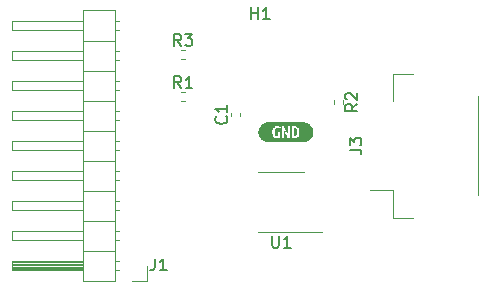
<source format=gbr>
%TF.GenerationSoftware,KiCad,Pcbnew,(6.0.7)*%
%TF.CreationDate,2022-09-05T16:04:27+02:00*%
%TF.ProjectId,autoprobe,6175746f-7072-46f6-9265-2e6b69636164,rev?*%
%TF.SameCoordinates,Original*%
%TF.FileFunction,Legend,Top*%
%TF.FilePolarity,Positive*%
%FSLAX46Y46*%
G04 Gerber Fmt 4.6, Leading zero omitted, Abs format (unit mm)*
G04 Created by KiCad (PCBNEW (6.0.7)) date 2022-09-05 16:04:27*
%MOMM*%
%LPD*%
G01*
G04 APERTURE LIST*
%ADD10C,0.150000*%
%ADD11C,0.120000*%
G04 APERTURE END LIST*
D10*
%TO.C,H1*%
X150818095Y-78792380D02*
X150818095Y-77792380D01*
X150818095Y-78268571D02*
X151389523Y-78268571D01*
X151389523Y-78792380D02*
X151389523Y-77792380D01*
X152389523Y-78792380D02*
X151818095Y-78792380D01*
X152103809Y-78792380D02*
X152103809Y-77792380D01*
X152008571Y-77935238D01*
X151913333Y-78030476D01*
X151818095Y-78078095D01*
%TO.C,R1*%
X144888333Y-84612380D02*
X144555000Y-84136190D01*
X144316904Y-84612380D02*
X144316904Y-83612380D01*
X144697857Y-83612380D01*
X144793095Y-83660000D01*
X144840714Y-83707619D01*
X144888333Y-83802857D01*
X144888333Y-83945714D01*
X144840714Y-84040952D01*
X144793095Y-84088571D01*
X144697857Y-84136190D01*
X144316904Y-84136190D01*
X145840714Y-84612380D02*
X145269285Y-84612380D01*
X145555000Y-84612380D02*
X145555000Y-83612380D01*
X145459761Y-83755238D01*
X145364523Y-83850476D01*
X145269285Y-83898095D01*
%TO.C,R3*%
X144888333Y-81037380D02*
X144555000Y-80561190D01*
X144316904Y-81037380D02*
X144316904Y-80037380D01*
X144697857Y-80037380D01*
X144793095Y-80085000D01*
X144840714Y-80132619D01*
X144888333Y-80227857D01*
X144888333Y-80370714D01*
X144840714Y-80465952D01*
X144793095Y-80513571D01*
X144697857Y-80561190D01*
X144316904Y-80561190D01*
X145221666Y-80037380D02*
X145840714Y-80037380D01*
X145507380Y-80418333D01*
X145650238Y-80418333D01*
X145745476Y-80465952D01*
X145793095Y-80513571D01*
X145840714Y-80608809D01*
X145840714Y-80846904D01*
X145793095Y-80942142D01*
X145745476Y-80989761D01*
X145650238Y-81037380D01*
X145364523Y-81037380D01*
X145269285Y-80989761D01*
X145221666Y-80942142D01*
%TO.C,J3*%
X159157380Y-89838333D02*
X159871666Y-89838333D01*
X160014523Y-89885952D01*
X160109761Y-89981190D01*
X160157380Y-90124047D01*
X160157380Y-90219285D01*
X159157380Y-89457380D02*
X159157380Y-88838333D01*
X159538333Y-89171666D01*
X159538333Y-89028809D01*
X159585952Y-88933571D01*
X159633571Y-88885952D01*
X159728809Y-88838333D01*
X159966904Y-88838333D01*
X160062142Y-88885952D01*
X160109761Y-88933571D01*
X160157380Y-89028809D01*
X160157380Y-89314523D01*
X160109761Y-89409761D01*
X160062142Y-89457380D01*
%TO.C,U1*%
X152593095Y-97132380D02*
X152593095Y-97941904D01*
X152640714Y-98037142D01*
X152688333Y-98084761D01*
X152783571Y-98132380D01*
X152974047Y-98132380D01*
X153069285Y-98084761D01*
X153116904Y-98037142D01*
X153164523Y-97941904D01*
X153164523Y-97132380D01*
X154164523Y-98132380D02*
X153593095Y-98132380D01*
X153878809Y-98132380D02*
X153878809Y-97132380D01*
X153783571Y-97275238D01*
X153688333Y-97370476D01*
X153593095Y-97418095D01*
%TO.C,R2*%
X159802380Y-85946666D02*
X159326190Y-86280000D01*
X159802380Y-86518095D02*
X158802380Y-86518095D01*
X158802380Y-86137142D01*
X158850000Y-86041904D01*
X158897619Y-85994285D01*
X158992857Y-85946666D01*
X159135714Y-85946666D01*
X159230952Y-85994285D01*
X159278571Y-86041904D01*
X159326190Y-86137142D01*
X159326190Y-86518095D01*
X158897619Y-85565714D02*
X158850000Y-85518095D01*
X158802380Y-85422857D01*
X158802380Y-85184761D01*
X158850000Y-85089523D01*
X158897619Y-85041904D01*
X158992857Y-84994285D01*
X159088095Y-84994285D01*
X159230952Y-85041904D01*
X159802380Y-85613333D01*
X159802380Y-84994285D01*
%TO.C,C1*%
X148702142Y-87021666D02*
X148749761Y-87069285D01*
X148797380Y-87212142D01*
X148797380Y-87307380D01*
X148749761Y-87450238D01*
X148654523Y-87545476D01*
X148559285Y-87593095D01*
X148368809Y-87640714D01*
X148225952Y-87640714D01*
X148035476Y-87593095D01*
X147940238Y-87545476D01*
X147845000Y-87450238D01*
X147797380Y-87307380D01*
X147797380Y-87212142D01*
X147845000Y-87069285D01*
X147892619Y-87021666D01*
X148797380Y-86069285D02*
X148797380Y-86640714D01*
X148797380Y-86355000D02*
X147797380Y-86355000D01*
X147940238Y-86450238D01*
X148035476Y-86545476D01*
X148083095Y-86640714D01*
%TO.C,J1*%
X142671666Y-99057380D02*
X142671666Y-99771666D01*
X142624047Y-99914523D01*
X142528809Y-100009761D01*
X142385952Y-100057380D01*
X142290714Y-100057380D01*
X143671666Y-100057380D02*
X143100238Y-100057380D01*
X143385952Y-100057380D02*
X143385952Y-99057380D01*
X143290714Y-99200238D01*
X143195476Y-99295476D01*
X143100238Y-99343095D01*
D11*
%TO.C,R1*%
X144887379Y-85710000D02*
X145222621Y-85710000D01*
X144887379Y-84950000D02*
X145222621Y-84950000D01*
%TO.C,R3*%
X144887379Y-82135000D02*
X145222621Y-82135000D01*
X144887379Y-81375000D02*
X145222621Y-81375000D01*
%TO.C,J3*%
X162845000Y-83395000D02*
X162845000Y-85745000D01*
X164545000Y-83395000D02*
X162845000Y-83395000D01*
X170015000Y-93695000D02*
X170015000Y-85315000D01*
X162845000Y-93265000D02*
X160905000Y-93265000D01*
X162845000Y-95615000D02*
X162845000Y-93265000D01*
X164545000Y-95615000D02*
X162845000Y-95615000D01*
%TO.C,U1*%
X153355000Y-96840000D02*
X156805000Y-96840000D01*
X153355000Y-91720000D02*
X155305000Y-91720000D01*
X153355000Y-91720000D02*
X151405000Y-91720000D01*
X153355000Y-96840000D02*
X151405000Y-96840000D01*
%TO.C,R2*%
X157800000Y-85612379D02*
X157800000Y-85947621D01*
X158560000Y-85612379D02*
X158560000Y-85947621D01*
%TO.C,C1*%
X149145000Y-86970835D02*
X149145000Y-86739165D01*
X149865000Y-86970835D02*
X149865000Y-86739165D01*
%TO.C,J1*%
X139265000Y-85685000D02*
X136605000Y-85685000D01*
X141975000Y-99655000D02*
X141975000Y-100925000D01*
X136605000Y-87335000D02*
X130605000Y-87335000D01*
X139662071Y-92415000D02*
X139265000Y-92415000D01*
X130605000Y-86575000D02*
X136605000Y-86575000D01*
X130605000Y-81495000D02*
X136605000Y-81495000D01*
X130605000Y-99275000D02*
X136605000Y-99275000D01*
X136605000Y-99855000D02*
X130605000Y-99855000D01*
X136605000Y-99735000D02*
X130605000Y-99735000D01*
X139265000Y-100985000D02*
X139265000Y-78005000D01*
X136605000Y-100035000D02*
X130605000Y-100035000D01*
X136605000Y-99975000D02*
X130605000Y-99975000D01*
X136605000Y-100985000D02*
X139265000Y-100985000D01*
X130605000Y-82255000D02*
X130605000Y-81495000D01*
X139662071Y-78955000D02*
X139265000Y-78955000D01*
X139265000Y-98385000D02*
X136605000Y-98385000D01*
X139662071Y-96735000D02*
X139265000Y-96735000D01*
X139265000Y-80605000D02*
X136605000Y-80605000D01*
X130605000Y-100035000D02*
X130605000Y-99275000D01*
X136605000Y-79715000D02*
X130605000Y-79715000D01*
X139662071Y-89875000D02*
X139265000Y-89875000D01*
X139662071Y-91655000D02*
X139265000Y-91655000D01*
X139595000Y-99275000D02*
X139265000Y-99275000D01*
X130605000Y-96735000D02*
X136605000Y-96735000D01*
X130605000Y-89115000D02*
X136605000Y-89115000D01*
X136605000Y-97495000D02*
X130605000Y-97495000D01*
X130605000Y-84035000D02*
X136605000Y-84035000D01*
X136605000Y-99615000D02*
X130605000Y-99615000D01*
X130605000Y-94195000D02*
X136605000Y-94195000D01*
X139662071Y-84035000D02*
X139265000Y-84035000D01*
X141975000Y-100925000D02*
X140705000Y-100925000D01*
X136605000Y-94955000D02*
X130605000Y-94955000D01*
X139662071Y-79715000D02*
X139265000Y-79715000D01*
X139662071Y-94955000D02*
X139265000Y-94955000D01*
X130605000Y-89875000D02*
X130605000Y-89115000D01*
X139662071Y-94195000D02*
X139265000Y-94195000D01*
X139662071Y-86575000D02*
X139265000Y-86575000D01*
X130605000Y-78955000D02*
X136605000Y-78955000D01*
X130605000Y-87335000D02*
X130605000Y-86575000D01*
X136605000Y-92415000D02*
X130605000Y-92415000D01*
X139265000Y-78005000D02*
X136605000Y-78005000D01*
X139662071Y-82255000D02*
X139265000Y-82255000D01*
X136605000Y-82255000D02*
X130605000Y-82255000D01*
X139265000Y-88225000D02*
X136605000Y-88225000D01*
X130605000Y-79715000D02*
X130605000Y-78955000D01*
X130605000Y-92415000D02*
X130605000Y-91655000D01*
X139265000Y-90765000D02*
X136605000Y-90765000D01*
X139662071Y-87335000D02*
X139265000Y-87335000D01*
X139265000Y-93305000D02*
X136605000Y-93305000D01*
X136605000Y-78005000D02*
X136605000Y-100985000D01*
X139595000Y-100035000D02*
X139265000Y-100035000D01*
X136605000Y-89875000D02*
X130605000Y-89875000D01*
X139265000Y-95845000D02*
X136605000Y-95845000D01*
X130605000Y-84795000D02*
X130605000Y-84035000D01*
X136605000Y-84795000D02*
X130605000Y-84795000D01*
X139265000Y-83145000D02*
X136605000Y-83145000D01*
X139662071Y-81495000D02*
X139265000Y-81495000D01*
X130605000Y-94955000D02*
X130605000Y-94195000D01*
X130605000Y-91655000D02*
X136605000Y-91655000D01*
X139662071Y-89115000D02*
X139265000Y-89115000D01*
X139662071Y-97495000D02*
X139265000Y-97495000D01*
X130605000Y-97495000D02*
X130605000Y-96735000D01*
X136605000Y-99375000D02*
X130605000Y-99375000D01*
X139662071Y-84795000D02*
X139265000Y-84795000D01*
X136605000Y-99495000D02*
X130605000Y-99495000D01*
%TO.C,kibuzzard-63088F52*%
G36*
X154601375Y-88035994D02*
G01*
X154666463Y-88109812D01*
X154699800Y-88216175D01*
X154709325Y-88340000D01*
X154706348Y-88410048D01*
X154697419Y-88474144D01*
X154657731Y-88579712D01*
X154584706Y-88649562D01*
X154472788Y-88674962D01*
X154455325Y-88674962D01*
X154437863Y-88673375D01*
X154437863Y-88012975D01*
X154466438Y-88009006D01*
X154495013Y-88008212D01*
X154601375Y-88035994D01*
G37*
G36*
X152198832Y-89179430D02*
G01*
X152116951Y-89167284D01*
X152036656Y-89147171D01*
X151958718Y-89119285D01*
X151883889Y-89083893D01*
X151812889Y-89041338D01*
X151746403Y-88992028D01*
X151685070Y-88936439D01*
X151629480Y-88875105D01*
X151580171Y-88808619D01*
X151537615Y-88737619D01*
X151502224Y-88662790D01*
X151474337Y-88584853D01*
X151454224Y-88504557D01*
X151442078Y-88422677D01*
X151438017Y-88340000D01*
X152612238Y-88340000D01*
X152619381Y-88459261D01*
X152640813Y-88563044D01*
X152675341Y-88651150D01*
X152721775Y-88723381D01*
X152779520Y-88779737D01*
X152847981Y-88820219D01*
X152926364Y-88844627D01*
X153013875Y-88852762D01*
X153110911Y-88848794D01*
X153192469Y-88836887D01*
X153210591Y-88832125D01*
X153436150Y-88832125D01*
X153612363Y-88832125D01*
X153612363Y-88179662D01*
X153671365Y-88288583D01*
X153727721Y-88397326D01*
X153781431Y-88505894D01*
X153832496Y-88614461D01*
X153880915Y-88723205D01*
X153926688Y-88832125D01*
X154083850Y-88832125D01*
X154083850Y-88821012D01*
X154242600Y-88821012D01*
X154349756Y-88839269D01*
X154452150Y-88844825D01*
X154547995Y-88837880D01*
X154635506Y-88817044D01*
X154713095Y-88781127D01*
X154779175Y-88728937D01*
X154832952Y-88659683D01*
X154873631Y-88572569D01*
X154899230Y-88466405D01*
X154907763Y-88340000D01*
X154900023Y-88216373D01*
X154876806Y-88112194D01*
X154839698Y-88026072D01*
X154790288Y-87956619D01*
X154728573Y-87903636D01*
X154654556Y-87866925D01*
X154570220Y-87845494D01*
X154477550Y-87838350D01*
X154368013Y-87843112D01*
X154242600Y-87862162D01*
X154242600Y-88821012D01*
X154083850Y-88821012D01*
X154083850Y-87849462D01*
X153907638Y-87849462D01*
X153907638Y-88454300D01*
X153879658Y-88392387D01*
X153846519Y-88320950D01*
X153809213Y-88243559D01*
X153768731Y-88163787D01*
X153726067Y-88082627D01*
X153682213Y-88001069D01*
X153637763Y-87922289D01*
X153593313Y-87849462D01*
X153436150Y-87849462D01*
X153436150Y-88832125D01*
X153210591Y-88832125D01*
X153301213Y-88808312D01*
X153301213Y-88317775D01*
X153105950Y-88317775D01*
X153105950Y-88676550D01*
X153067850Y-88681312D01*
X153029750Y-88682900D01*
X152934897Y-88662064D01*
X152866238Y-88599556D01*
X152835369Y-88533675D01*
X152816849Y-88447156D01*
X152810675Y-88340000D01*
X152814048Y-88267173D01*
X152824169Y-88201094D01*
X152868619Y-88093144D01*
X152947200Y-88022500D01*
X153064675Y-87997100D01*
X153169450Y-88014562D01*
X153255175Y-88054250D01*
X153305975Y-87898675D01*
X153273431Y-87879625D01*
X153218663Y-87855812D01*
X153140081Y-87835969D01*
X153037688Y-87827237D01*
X152951566Y-87835373D01*
X152871000Y-87859781D01*
X152798372Y-87900461D01*
X152736063Y-87957412D01*
X152684866Y-88030239D01*
X152645575Y-88118544D01*
X152620572Y-88221930D01*
X152612238Y-88340000D01*
X151438017Y-88340000D01*
X151442078Y-88257323D01*
X151454224Y-88175443D01*
X151474337Y-88095147D01*
X151502224Y-88017210D01*
X151537615Y-87942381D01*
X151580171Y-87871381D01*
X151629480Y-87804895D01*
X151685070Y-87743561D01*
X151746403Y-87687972D01*
X151812889Y-87638662D01*
X151883889Y-87596107D01*
X151958718Y-87560715D01*
X152036656Y-87532829D01*
X152116951Y-87512716D01*
X152198832Y-87500570D01*
X152281508Y-87496508D01*
X155238492Y-87496508D01*
X155321168Y-87500570D01*
X155403049Y-87512716D01*
X155483344Y-87532829D01*
X155561282Y-87560715D01*
X155636111Y-87596107D01*
X155707111Y-87638662D01*
X155773597Y-87687972D01*
X155834930Y-87743561D01*
X155890520Y-87804895D01*
X155939829Y-87871381D01*
X155982385Y-87942381D01*
X156017776Y-88017210D01*
X156045663Y-88095147D01*
X156065776Y-88175443D01*
X156077922Y-88257323D01*
X156081983Y-88340000D01*
X156077922Y-88422677D01*
X156065776Y-88504557D01*
X156045663Y-88584853D01*
X156017776Y-88662790D01*
X155982385Y-88737619D01*
X155939829Y-88808619D01*
X155890520Y-88875105D01*
X155834930Y-88936439D01*
X155773597Y-88992028D01*
X155707111Y-89041338D01*
X155636111Y-89083893D01*
X155561282Y-89119285D01*
X155483344Y-89147171D01*
X155403049Y-89167284D01*
X155321168Y-89179430D01*
X155238492Y-89183492D01*
X152281508Y-89183492D01*
X152198832Y-89179430D01*
G37*
%TD*%
M02*

</source>
